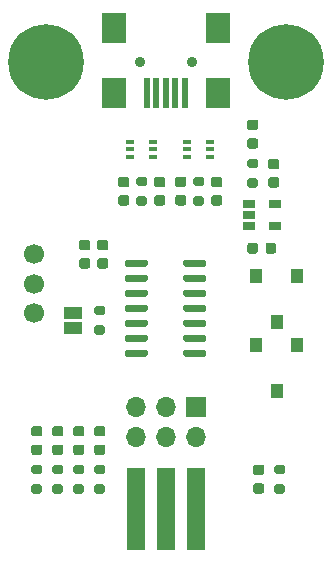
<source format=gbr>
%TF.GenerationSoftware,KiCad,Pcbnew,(5.1.10)-1*%
%TF.CreationDate,2021-09-08T15:10:06+01:00*%
%TF.ProjectId,Tiny-Pogo-AVR,54696e79-2d50-46f6-976f-2d4156522e6b,rev?*%
%TF.SameCoordinates,Original*%
%TF.FileFunction,Soldermask,Top*%
%TF.FilePolarity,Negative*%
%FSLAX46Y46*%
G04 Gerber Fmt 4.6, Leading zero omitted, Abs format (unit mm)*
G04 Created by KiCad (PCBNEW (5.1.10)-1) date 2021-09-08 15:10:06*
%MOMM*%
%LPD*%
G01*
G04 APERTURE LIST*
%ADD10C,0.800000*%
%ADD11C,6.400000*%
%ADD12C,0.900000*%
%ADD13R,0.500000X2.500000*%
%ADD14R,2.000000X2.500000*%
%ADD15C,1.700000*%
%ADD16R,0.700000X0.400000*%
%ADD17R,1.060000X0.650000*%
%ADD18R,1.000000X1.300000*%
%ADD19R,1.500000X1.000000*%
%ADD20O,1.700000X1.700000*%
%ADD21R,1.700000X1.700000*%
%ADD22R,1.500000X7.000000*%
G04 APERTURE END LIST*
%TO.C,R9*%
G36*
G01*
X133117000Y-98381000D02*
X132567000Y-98381000D01*
G75*
G02*
X132367000Y-98181000I0J200000D01*
G01*
X132367000Y-97781000D01*
G75*
G02*
X132567000Y-97581000I200000J0D01*
G01*
X133117000Y-97581000D01*
G75*
G02*
X133317000Y-97781000I0J-200000D01*
G01*
X133317000Y-98181000D01*
G75*
G02*
X133117000Y-98381000I-200000J0D01*
G01*
G37*
G36*
G01*
X133117000Y-100031000D02*
X132567000Y-100031000D01*
G75*
G02*
X132367000Y-99831000I0J200000D01*
G01*
X132367000Y-99431000D01*
G75*
G02*
X132567000Y-99231000I200000J0D01*
G01*
X133117000Y-99231000D01*
G75*
G02*
X133317000Y-99431000I0J-200000D01*
G01*
X133317000Y-99831000D01*
G75*
G02*
X133117000Y-100031000I-200000J0D01*
G01*
G37*
%TD*%
%TO.C,R8*%
G36*
G01*
X131339000Y-98381000D02*
X130789000Y-98381000D01*
G75*
G02*
X130589000Y-98181000I0J200000D01*
G01*
X130589000Y-97781000D01*
G75*
G02*
X130789000Y-97581000I200000J0D01*
G01*
X131339000Y-97581000D01*
G75*
G02*
X131539000Y-97781000I0J-200000D01*
G01*
X131539000Y-98181000D01*
G75*
G02*
X131339000Y-98381000I-200000J0D01*
G01*
G37*
G36*
G01*
X131339000Y-100031000D02*
X130789000Y-100031000D01*
G75*
G02*
X130589000Y-99831000I0J200000D01*
G01*
X130589000Y-99431000D01*
G75*
G02*
X130789000Y-99231000I200000J0D01*
G01*
X131339000Y-99231000D01*
G75*
G02*
X131539000Y-99431000I0J-200000D01*
G01*
X131539000Y-99831000D01*
G75*
G02*
X131339000Y-100031000I-200000J0D01*
G01*
G37*
%TD*%
%TO.C,R7*%
G36*
G01*
X129561000Y-98381000D02*
X129011000Y-98381000D01*
G75*
G02*
X128811000Y-98181000I0J200000D01*
G01*
X128811000Y-97781000D01*
G75*
G02*
X129011000Y-97581000I200000J0D01*
G01*
X129561000Y-97581000D01*
G75*
G02*
X129761000Y-97781000I0J-200000D01*
G01*
X129761000Y-98181000D01*
G75*
G02*
X129561000Y-98381000I-200000J0D01*
G01*
G37*
G36*
G01*
X129561000Y-100031000D02*
X129011000Y-100031000D01*
G75*
G02*
X128811000Y-99831000I0J200000D01*
G01*
X128811000Y-99431000D01*
G75*
G02*
X129011000Y-99231000I200000J0D01*
G01*
X129561000Y-99231000D01*
G75*
G02*
X129761000Y-99431000I0J-200000D01*
G01*
X129761000Y-99831000D01*
G75*
G02*
X129561000Y-100031000I-200000J0D01*
G01*
G37*
%TD*%
%TO.C,R6*%
G36*
G01*
X127783000Y-98381000D02*
X127233000Y-98381000D01*
G75*
G02*
X127033000Y-98181000I0J200000D01*
G01*
X127033000Y-97781000D01*
G75*
G02*
X127233000Y-97581000I200000J0D01*
G01*
X127783000Y-97581000D01*
G75*
G02*
X127983000Y-97781000I0J-200000D01*
G01*
X127983000Y-98181000D01*
G75*
G02*
X127783000Y-98381000I-200000J0D01*
G01*
G37*
G36*
G01*
X127783000Y-100031000D02*
X127233000Y-100031000D01*
G75*
G02*
X127033000Y-99831000I0J200000D01*
G01*
X127033000Y-99431000D01*
G75*
G02*
X127233000Y-99231000I200000J0D01*
G01*
X127783000Y-99231000D01*
G75*
G02*
X127983000Y-99431000I0J-200000D01*
G01*
X127983000Y-99831000D01*
G75*
G02*
X127783000Y-100031000I-200000J0D01*
G01*
G37*
%TD*%
%TO.C,D6*%
G36*
G01*
X133098250Y-95179500D02*
X132585750Y-95179500D01*
G75*
G02*
X132367000Y-94960750I0J218750D01*
G01*
X132367000Y-94523250D01*
G75*
G02*
X132585750Y-94304500I218750J0D01*
G01*
X133098250Y-94304500D01*
G75*
G02*
X133317000Y-94523250I0J-218750D01*
G01*
X133317000Y-94960750D01*
G75*
G02*
X133098250Y-95179500I-218750J0D01*
G01*
G37*
G36*
G01*
X133098250Y-96754500D02*
X132585750Y-96754500D01*
G75*
G02*
X132367000Y-96535750I0J218750D01*
G01*
X132367000Y-96098250D01*
G75*
G02*
X132585750Y-95879500I218750J0D01*
G01*
X133098250Y-95879500D01*
G75*
G02*
X133317000Y-96098250I0J-218750D01*
G01*
X133317000Y-96535750D01*
G75*
G02*
X133098250Y-96754500I-218750J0D01*
G01*
G37*
%TD*%
%TO.C,D5*%
G36*
G01*
X131320250Y-95179500D02*
X130807750Y-95179500D01*
G75*
G02*
X130589000Y-94960750I0J218750D01*
G01*
X130589000Y-94523250D01*
G75*
G02*
X130807750Y-94304500I218750J0D01*
G01*
X131320250Y-94304500D01*
G75*
G02*
X131539000Y-94523250I0J-218750D01*
G01*
X131539000Y-94960750D01*
G75*
G02*
X131320250Y-95179500I-218750J0D01*
G01*
G37*
G36*
G01*
X131320250Y-96754500D02*
X130807750Y-96754500D01*
G75*
G02*
X130589000Y-96535750I0J218750D01*
G01*
X130589000Y-96098250D01*
G75*
G02*
X130807750Y-95879500I218750J0D01*
G01*
X131320250Y-95879500D01*
G75*
G02*
X131539000Y-96098250I0J-218750D01*
G01*
X131539000Y-96535750D01*
G75*
G02*
X131320250Y-96754500I-218750J0D01*
G01*
G37*
%TD*%
%TO.C,D4*%
G36*
G01*
X129542250Y-95179500D02*
X129029750Y-95179500D01*
G75*
G02*
X128811000Y-94960750I0J218750D01*
G01*
X128811000Y-94523250D01*
G75*
G02*
X129029750Y-94304500I218750J0D01*
G01*
X129542250Y-94304500D01*
G75*
G02*
X129761000Y-94523250I0J-218750D01*
G01*
X129761000Y-94960750D01*
G75*
G02*
X129542250Y-95179500I-218750J0D01*
G01*
G37*
G36*
G01*
X129542250Y-96754500D02*
X129029750Y-96754500D01*
G75*
G02*
X128811000Y-96535750I0J218750D01*
G01*
X128811000Y-96098250D01*
G75*
G02*
X129029750Y-95879500I218750J0D01*
G01*
X129542250Y-95879500D01*
G75*
G02*
X129761000Y-96098250I0J-218750D01*
G01*
X129761000Y-96535750D01*
G75*
G02*
X129542250Y-96754500I-218750J0D01*
G01*
G37*
%TD*%
%TO.C,D3*%
G36*
G01*
X127764250Y-95179500D02*
X127251750Y-95179500D01*
G75*
G02*
X127033000Y-94960750I0J218750D01*
G01*
X127033000Y-94523250D01*
G75*
G02*
X127251750Y-94304500I218750J0D01*
G01*
X127764250Y-94304500D01*
G75*
G02*
X127983000Y-94523250I0J-218750D01*
G01*
X127983000Y-94960750D01*
G75*
G02*
X127764250Y-95179500I-218750J0D01*
G01*
G37*
G36*
G01*
X127764250Y-96754500D02*
X127251750Y-96754500D01*
G75*
G02*
X127033000Y-96535750I0J218750D01*
G01*
X127033000Y-96098250D01*
G75*
G02*
X127251750Y-95879500I218750J0D01*
G01*
X127764250Y-95879500D01*
G75*
G02*
X127983000Y-96098250I0J-218750D01*
G01*
X127983000Y-96535750D01*
G75*
G02*
X127764250Y-96754500I-218750J0D01*
G01*
G37*
%TD*%
D10*
%TO.C,H2*%
X150287056Y-61802944D03*
X148590000Y-61100000D03*
X146892944Y-61802944D03*
X146190000Y-63500000D03*
X146892944Y-65197056D03*
X148590000Y-65900000D03*
X150287056Y-65197056D03*
X150990000Y-63500000D03*
D11*
X148590000Y-63500000D03*
%TD*%
D10*
%TO.C,H1*%
X129967056Y-61802944D03*
X128270000Y-61100000D03*
X126572944Y-61802944D03*
X125870000Y-63500000D03*
X126572944Y-65197056D03*
X128270000Y-65900000D03*
X129967056Y-65197056D03*
X130670000Y-63500000D03*
D11*
X128270000Y-63500000D03*
%TD*%
D12*
%TO.C,J2*%
X136230000Y-63500000D03*
X140630000Y-63500000D03*
D13*
X136830000Y-66100000D03*
X137630000Y-66100000D03*
X138430000Y-66100000D03*
X139230000Y-66100000D03*
X140030000Y-66100000D03*
D14*
X134030000Y-66100000D03*
X142830000Y-66100000D03*
X134030000Y-60600000D03*
X142830000Y-60600000D03*
%TD*%
D15*
%TO.C,Y1*%
X127254000Y-84756000D03*
X127254000Y-82256000D03*
X127254000Y-79756000D03*
%TD*%
D16*
%TO.C,U4*%
X140274000Y-70866000D03*
X140274000Y-71516000D03*
X140274000Y-70216000D03*
X142174000Y-70216000D03*
X142174000Y-70866000D03*
X142174000Y-71516000D03*
%TD*%
%TO.C,U3*%
X135448000Y-70866000D03*
X135448000Y-71516000D03*
X135448000Y-70216000D03*
X137348000Y-70216000D03*
X137348000Y-70866000D03*
X137348000Y-71516000D03*
%TD*%
D17*
%TO.C,U2*%
X147658000Y-75504000D03*
X147658000Y-77404000D03*
X145458000Y-77404000D03*
X145458000Y-76454000D03*
X145458000Y-75504000D03*
%TD*%
%TO.C,U1*%
G36*
G01*
X139930000Y-80668000D02*
X139930000Y-80368000D01*
G75*
G02*
X140080000Y-80218000I150000J0D01*
G01*
X141730000Y-80218000D01*
G75*
G02*
X141880000Y-80368000I0J-150000D01*
G01*
X141880000Y-80668000D01*
G75*
G02*
X141730000Y-80818000I-150000J0D01*
G01*
X140080000Y-80818000D01*
G75*
G02*
X139930000Y-80668000I0J150000D01*
G01*
G37*
G36*
G01*
X139930000Y-81938000D02*
X139930000Y-81638000D01*
G75*
G02*
X140080000Y-81488000I150000J0D01*
G01*
X141730000Y-81488000D01*
G75*
G02*
X141880000Y-81638000I0J-150000D01*
G01*
X141880000Y-81938000D01*
G75*
G02*
X141730000Y-82088000I-150000J0D01*
G01*
X140080000Y-82088000D01*
G75*
G02*
X139930000Y-81938000I0J150000D01*
G01*
G37*
G36*
G01*
X139930000Y-83208000D02*
X139930000Y-82908000D01*
G75*
G02*
X140080000Y-82758000I150000J0D01*
G01*
X141730000Y-82758000D01*
G75*
G02*
X141880000Y-82908000I0J-150000D01*
G01*
X141880000Y-83208000D01*
G75*
G02*
X141730000Y-83358000I-150000J0D01*
G01*
X140080000Y-83358000D01*
G75*
G02*
X139930000Y-83208000I0J150000D01*
G01*
G37*
G36*
G01*
X139930000Y-84478000D02*
X139930000Y-84178000D01*
G75*
G02*
X140080000Y-84028000I150000J0D01*
G01*
X141730000Y-84028000D01*
G75*
G02*
X141880000Y-84178000I0J-150000D01*
G01*
X141880000Y-84478000D01*
G75*
G02*
X141730000Y-84628000I-150000J0D01*
G01*
X140080000Y-84628000D01*
G75*
G02*
X139930000Y-84478000I0J150000D01*
G01*
G37*
G36*
G01*
X139930000Y-85748000D02*
X139930000Y-85448000D01*
G75*
G02*
X140080000Y-85298000I150000J0D01*
G01*
X141730000Y-85298000D01*
G75*
G02*
X141880000Y-85448000I0J-150000D01*
G01*
X141880000Y-85748000D01*
G75*
G02*
X141730000Y-85898000I-150000J0D01*
G01*
X140080000Y-85898000D01*
G75*
G02*
X139930000Y-85748000I0J150000D01*
G01*
G37*
G36*
G01*
X139930000Y-87018000D02*
X139930000Y-86718000D01*
G75*
G02*
X140080000Y-86568000I150000J0D01*
G01*
X141730000Y-86568000D01*
G75*
G02*
X141880000Y-86718000I0J-150000D01*
G01*
X141880000Y-87018000D01*
G75*
G02*
X141730000Y-87168000I-150000J0D01*
G01*
X140080000Y-87168000D01*
G75*
G02*
X139930000Y-87018000I0J150000D01*
G01*
G37*
G36*
G01*
X139930000Y-88288000D02*
X139930000Y-87988000D01*
G75*
G02*
X140080000Y-87838000I150000J0D01*
G01*
X141730000Y-87838000D01*
G75*
G02*
X141880000Y-87988000I0J-150000D01*
G01*
X141880000Y-88288000D01*
G75*
G02*
X141730000Y-88438000I-150000J0D01*
G01*
X140080000Y-88438000D01*
G75*
G02*
X139930000Y-88288000I0J150000D01*
G01*
G37*
G36*
G01*
X134980000Y-88288000D02*
X134980000Y-87988000D01*
G75*
G02*
X135130000Y-87838000I150000J0D01*
G01*
X136780000Y-87838000D01*
G75*
G02*
X136930000Y-87988000I0J-150000D01*
G01*
X136930000Y-88288000D01*
G75*
G02*
X136780000Y-88438000I-150000J0D01*
G01*
X135130000Y-88438000D01*
G75*
G02*
X134980000Y-88288000I0J150000D01*
G01*
G37*
G36*
G01*
X134980000Y-87018000D02*
X134980000Y-86718000D01*
G75*
G02*
X135130000Y-86568000I150000J0D01*
G01*
X136780000Y-86568000D01*
G75*
G02*
X136930000Y-86718000I0J-150000D01*
G01*
X136930000Y-87018000D01*
G75*
G02*
X136780000Y-87168000I-150000J0D01*
G01*
X135130000Y-87168000D01*
G75*
G02*
X134980000Y-87018000I0J150000D01*
G01*
G37*
G36*
G01*
X134980000Y-85748000D02*
X134980000Y-85448000D01*
G75*
G02*
X135130000Y-85298000I150000J0D01*
G01*
X136780000Y-85298000D01*
G75*
G02*
X136930000Y-85448000I0J-150000D01*
G01*
X136930000Y-85748000D01*
G75*
G02*
X136780000Y-85898000I-150000J0D01*
G01*
X135130000Y-85898000D01*
G75*
G02*
X134980000Y-85748000I0J150000D01*
G01*
G37*
G36*
G01*
X134980000Y-84478000D02*
X134980000Y-84178000D01*
G75*
G02*
X135130000Y-84028000I150000J0D01*
G01*
X136780000Y-84028000D01*
G75*
G02*
X136930000Y-84178000I0J-150000D01*
G01*
X136930000Y-84478000D01*
G75*
G02*
X136780000Y-84628000I-150000J0D01*
G01*
X135130000Y-84628000D01*
G75*
G02*
X134980000Y-84478000I0J150000D01*
G01*
G37*
G36*
G01*
X134980000Y-83208000D02*
X134980000Y-82908000D01*
G75*
G02*
X135130000Y-82758000I150000J0D01*
G01*
X136780000Y-82758000D01*
G75*
G02*
X136930000Y-82908000I0J-150000D01*
G01*
X136930000Y-83208000D01*
G75*
G02*
X136780000Y-83358000I-150000J0D01*
G01*
X135130000Y-83358000D01*
G75*
G02*
X134980000Y-83208000I0J150000D01*
G01*
G37*
G36*
G01*
X134980000Y-81938000D02*
X134980000Y-81638000D01*
G75*
G02*
X135130000Y-81488000I150000J0D01*
G01*
X136780000Y-81488000D01*
G75*
G02*
X136930000Y-81638000I0J-150000D01*
G01*
X136930000Y-81938000D01*
G75*
G02*
X136780000Y-82088000I-150000J0D01*
G01*
X135130000Y-82088000D01*
G75*
G02*
X134980000Y-81938000I0J150000D01*
G01*
G37*
G36*
G01*
X134980000Y-80668000D02*
X134980000Y-80368000D01*
G75*
G02*
X135130000Y-80218000I150000J0D01*
G01*
X136780000Y-80218000D01*
G75*
G02*
X136930000Y-80368000I0J-150000D01*
G01*
X136930000Y-80668000D01*
G75*
G02*
X136780000Y-80818000I-150000J0D01*
G01*
X135130000Y-80818000D01*
G75*
G02*
X134980000Y-80668000I0J150000D01*
G01*
G37*
%TD*%
D18*
%TO.C,SW2*%
X147828000Y-85516000D03*
X146078000Y-81616000D03*
X149578000Y-81616000D03*
%TD*%
%TO.C,SW1*%
X147828000Y-91358000D03*
X146078000Y-87458000D03*
X149578000Y-87458000D03*
%TD*%
%TO.C,R5*%
G36*
G01*
X148357000Y-98381000D02*
X147807000Y-98381000D01*
G75*
G02*
X147607000Y-98181000I0J200000D01*
G01*
X147607000Y-97781000D01*
G75*
G02*
X147807000Y-97581000I200000J0D01*
G01*
X148357000Y-97581000D01*
G75*
G02*
X148557000Y-97781000I0J-200000D01*
G01*
X148557000Y-98181000D01*
G75*
G02*
X148357000Y-98381000I-200000J0D01*
G01*
G37*
G36*
G01*
X148357000Y-100031000D02*
X147807000Y-100031000D01*
G75*
G02*
X147607000Y-99831000I0J200000D01*
G01*
X147607000Y-99431000D01*
G75*
G02*
X147807000Y-99231000I200000J0D01*
G01*
X148357000Y-99231000D01*
G75*
G02*
X148557000Y-99431000I0J-200000D01*
G01*
X148557000Y-99831000D01*
G75*
G02*
X148357000Y-100031000I-200000J0D01*
G01*
G37*
%TD*%
%TO.C,R4*%
G36*
G01*
X145521000Y-73323000D02*
X146071000Y-73323000D01*
G75*
G02*
X146271000Y-73523000I0J-200000D01*
G01*
X146271000Y-73923000D01*
G75*
G02*
X146071000Y-74123000I-200000J0D01*
G01*
X145521000Y-74123000D01*
G75*
G02*
X145321000Y-73923000I0J200000D01*
G01*
X145321000Y-73523000D01*
G75*
G02*
X145521000Y-73323000I200000J0D01*
G01*
G37*
G36*
G01*
X145521000Y-71673000D02*
X146071000Y-71673000D01*
G75*
G02*
X146271000Y-71873000I0J-200000D01*
G01*
X146271000Y-72273000D01*
G75*
G02*
X146071000Y-72473000I-200000J0D01*
G01*
X145521000Y-72473000D01*
G75*
G02*
X145321000Y-72273000I0J200000D01*
G01*
X145321000Y-71873000D01*
G75*
G02*
X145521000Y-71673000I200000J0D01*
G01*
G37*
%TD*%
%TO.C,R3*%
G36*
G01*
X141499000Y-73997000D02*
X140949000Y-73997000D01*
G75*
G02*
X140749000Y-73797000I0J200000D01*
G01*
X140749000Y-73397000D01*
G75*
G02*
X140949000Y-73197000I200000J0D01*
G01*
X141499000Y-73197000D01*
G75*
G02*
X141699000Y-73397000I0J-200000D01*
G01*
X141699000Y-73797000D01*
G75*
G02*
X141499000Y-73997000I-200000J0D01*
G01*
G37*
G36*
G01*
X141499000Y-75647000D02*
X140949000Y-75647000D01*
G75*
G02*
X140749000Y-75447000I0J200000D01*
G01*
X140749000Y-75047000D01*
G75*
G02*
X140949000Y-74847000I200000J0D01*
G01*
X141499000Y-74847000D01*
G75*
G02*
X141699000Y-75047000I0J-200000D01*
G01*
X141699000Y-75447000D01*
G75*
G02*
X141499000Y-75647000I-200000J0D01*
G01*
G37*
%TD*%
%TO.C,R2*%
G36*
G01*
X136673000Y-73997000D02*
X136123000Y-73997000D01*
G75*
G02*
X135923000Y-73797000I0J200000D01*
G01*
X135923000Y-73397000D01*
G75*
G02*
X136123000Y-73197000I200000J0D01*
G01*
X136673000Y-73197000D01*
G75*
G02*
X136873000Y-73397000I0J-200000D01*
G01*
X136873000Y-73797000D01*
G75*
G02*
X136673000Y-73997000I-200000J0D01*
G01*
G37*
G36*
G01*
X136673000Y-75647000D02*
X136123000Y-75647000D01*
G75*
G02*
X135923000Y-75447000I0J200000D01*
G01*
X135923000Y-75047000D01*
G75*
G02*
X136123000Y-74847000I200000J0D01*
G01*
X136673000Y-74847000D01*
G75*
G02*
X136873000Y-75047000I0J-200000D01*
G01*
X136873000Y-75447000D01*
G75*
G02*
X136673000Y-75647000I-200000J0D01*
G01*
G37*
%TD*%
%TO.C,R1*%
G36*
G01*
X133117000Y-84919000D02*
X132567000Y-84919000D01*
G75*
G02*
X132367000Y-84719000I0J200000D01*
G01*
X132367000Y-84319000D01*
G75*
G02*
X132567000Y-84119000I200000J0D01*
G01*
X133117000Y-84119000D01*
G75*
G02*
X133317000Y-84319000I0J-200000D01*
G01*
X133317000Y-84719000D01*
G75*
G02*
X133117000Y-84919000I-200000J0D01*
G01*
G37*
G36*
G01*
X133117000Y-86569000D02*
X132567000Y-86569000D01*
G75*
G02*
X132367000Y-86369000I0J200000D01*
G01*
X132367000Y-85969000D01*
G75*
G02*
X132567000Y-85769000I200000J0D01*
G01*
X133117000Y-85769000D01*
G75*
G02*
X133317000Y-85969000I0J-200000D01*
G01*
X133317000Y-86369000D01*
G75*
G02*
X133117000Y-86569000I-200000J0D01*
G01*
G37*
%TD*%
D19*
%TO.C,JP1*%
X130556000Y-84694000D03*
X130556000Y-85994000D03*
%TD*%
D20*
%TO.C,J3*%
X135890000Y-95250000D03*
X135890000Y-92710000D03*
X138430000Y-95250000D03*
X138430000Y-92710000D03*
X140970000Y-95250000D03*
D21*
X140970000Y-92710000D03*
%TD*%
D22*
%TO.C,J1*%
X140970000Y-101346000D03*
X138430000Y-101346000D03*
X135890000Y-101346000D03*
%TD*%
%TO.C,D2*%
G36*
G01*
X146560250Y-98456000D02*
X146047750Y-98456000D01*
G75*
G02*
X145829000Y-98237250I0J218750D01*
G01*
X145829000Y-97799750D01*
G75*
G02*
X146047750Y-97581000I218750J0D01*
G01*
X146560250Y-97581000D01*
G75*
G02*
X146779000Y-97799750I0J-218750D01*
G01*
X146779000Y-98237250D01*
G75*
G02*
X146560250Y-98456000I-218750J0D01*
G01*
G37*
G36*
G01*
X146560250Y-100031000D02*
X146047750Y-100031000D01*
G75*
G02*
X145829000Y-99812250I0J218750D01*
G01*
X145829000Y-99374750D01*
G75*
G02*
X146047750Y-99156000I218750J0D01*
G01*
X146560250Y-99156000D01*
G75*
G02*
X146779000Y-99374750I0J-218750D01*
G01*
X146779000Y-99812250D01*
G75*
G02*
X146560250Y-100031000I-218750J0D01*
G01*
G37*
%TD*%
%TO.C,D1*%
G36*
G01*
X146052250Y-69246000D02*
X145539750Y-69246000D01*
G75*
G02*
X145321000Y-69027250I0J218750D01*
G01*
X145321000Y-68589750D01*
G75*
G02*
X145539750Y-68371000I218750J0D01*
G01*
X146052250Y-68371000D01*
G75*
G02*
X146271000Y-68589750I0J-218750D01*
G01*
X146271000Y-69027250D01*
G75*
G02*
X146052250Y-69246000I-218750J0D01*
G01*
G37*
G36*
G01*
X146052250Y-70821000D02*
X145539750Y-70821000D01*
G75*
G02*
X145321000Y-70602250I0J218750D01*
G01*
X145321000Y-70164750D01*
G75*
G02*
X145539750Y-69946000I218750J0D01*
G01*
X146052250Y-69946000D01*
G75*
G02*
X146271000Y-70164750I0J-218750D01*
G01*
X146271000Y-70602250D01*
G75*
G02*
X146052250Y-70821000I-218750J0D01*
G01*
G37*
%TD*%
%TO.C,C8*%
G36*
G01*
X139450000Y-74734000D02*
X139950000Y-74734000D01*
G75*
G02*
X140175000Y-74959000I0J-225000D01*
G01*
X140175000Y-75409000D01*
G75*
G02*
X139950000Y-75634000I-225000J0D01*
G01*
X139450000Y-75634000D01*
G75*
G02*
X139225000Y-75409000I0J225000D01*
G01*
X139225000Y-74959000D01*
G75*
G02*
X139450000Y-74734000I225000J0D01*
G01*
G37*
G36*
G01*
X139450000Y-73184000D02*
X139950000Y-73184000D01*
G75*
G02*
X140175000Y-73409000I0J-225000D01*
G01*
X140175000Y-73859000D01*
G75*
G02*
X139950000Y-74084000I-225000J0D01*
G01*
X139450000Y-74084000D01*
G75*
G02*
X139225000Y-73859000I0J225000D01*
G01*
X139225000Y-73409000D01*
G75*
G02*
X139450000Y-73184000I225000J0D01*
G01*
G37*
%TD*%
%TO.C,C7*%
G36*
G01*
X134624000Y-74747000D02*
X135124000Y-74747000D01*
G75*
G02*
X135349000Y-74972000I0J-225000D01*
G01*
X135349000Y-75422000D01*
G75*
G02*
X135124000Y-75647000I-225000J0D01*
G01*
X134624000Y-75647000D01*
G75*
G02*
X134399000Y-75422000I0J225000D01*
G01*
X134399000Y-74972000D01*
G75*
G02*
X134624000Y-74747000I225000J0D01*
G01*
G37*
G36*
G01*
X134624000Y-73197000D02*
X135124000Y-73197000D01*
G75*
G02*
X135349000Y-73422000I0J-225000D01*
G01*
X135349000Y-73872000D01*
G75*
G02*
X135124000Y-74097000I-225000J0D01*
G01*
X134624000Y-74097000D01*
G75*
G02*
X134399000Y-73872000I0J225000D01*
G01*
X134399000Y-73422000D01*
G75*
G02*
X134624000Y-73197000I225000J0D01*
G01*
G37*
%TD*%
%TO.C,C6*%
G36*
G01*
X142498000Y-74747000D02*
X142998000Y-74747000D01*
G75*
G02*
X143223000Y-74972000I0J-225000D01*
G01*
X143223000Y-75422000D01*
G75*
G02*
X142998000Y-75647000I-225000J0D01*
G01*
X142498000Y-75647000D01*
G75*
G02*
X142273000Y-75422000I0J225000D01*
G01*
X142273000Y-74972000D01*
G75*
G02*
X142498000Y-74747000I225000J0D01*
G01*
G37*
G36*
G01*
X142498000Y-73197000D02*
X142998000Y-73197000D01*
G75*
G02*
X143223000Y-73422000I0J-225000D01*
G01*
X143223000Y-73872000D01*
G75*
G02*
X142998000Y-74097000I-225000J0D01*
G01*
X142498000Y-74097000D01*
G75*
G02*
X142273000Y-73872000I0J225000D01*
G01*
X142273000Y-73422000D01*
G75*
G02*
X142498000Y-73197000I225000J0D01*
G01*
G37*
%TD*%
%TO.C,C5*%
G36*
G01*
X137672000Y-74747000D02*
X138172000Y-74747000D01*
G75*
G02*
X138397000Y-74972000I0J-225000D01*
G01*
X138397000Y-75422000D01*
G75*
G02*
X138172000Y-75647000I-225000J0D01*
G01*
X137672000Y-75647000D01*
G75*
G02*
X137447000Y-75422000I0J225000D01*
G01*
X137447000Y-74972000D01*
G75*
G02*
X137672000Y-74747000I225000J0D01*
G01*
G37*
G36*
G01*
X137672000Y-73197000D02*
X138172000Y-73197000D01*
G75*
G02*
X138397000Y-73422000I0J-225000D01*
G01*
X138397000Y-73872000D01*
G75*
G02*
X138172000Y-74097000I-225000J0D01*
G01*
X137672000Y-74097000D01*
G75*
G02*
X137447000Y-73872000I0J225000D01*
G01*
X137447000Y-73422000D01*
G75*
G02*
X137672000Y-73197000I225000J0D01*
G01*
G37*
%TD*%
%TO.C,C4*%
G36*
G01*
X147824000Y-72573000D02*
X147324000Y-72573000D01*
G75*
G02*
X147099000Y-72348000I0J225000D01*
G01*
X147099000Y-71898000D01*
G75*
G02*
X147324000Y-71673000I225000J0D01*
G01*
X147824000Y-71673000D01*
G75*
G02*
X148049000Y-71898000I0J-225000D01*
G01*
X148049000Y-72348000D01*
G75*
G02*
X147824000Y-72573000I-225000J0D01*
G01*
G37*
G36*
G01*
X147824000Y-74123000D02*
X147324000Y-74123000D01*
G75*
G02*
X147099000Y-73898000I0J225000D01*
G01*
X147099000Y-73448000D01*
G75*
G02*
X147324000Y-73223000I225000J0D01*
G01*
X147824000Y-73223000D01*
G75*
G02*
X148049000Y-73448000I0J-225000D01*
G01*
X148049000Y-73898000D01*
G75*
G02*
X147824000Y-74123000I-225000J0D01*
G01*
G37*
%TD*%
%TO.C,C3*%
G36*
G01*
X146883000Y-79498000D02*
X146883000Y-78998000D01*
G75*
G02*
X147108000Y-78773000I225000J0D01*
G01*
X147558000Y-78773000D01*
G75*
G02*
X147783000Y-78998000I0J-225000D01*
G01*
X147783000Y-79498000D01*
G75*
G02*
X147558000Y-79723000I-225000J0D01*
G01*
X147108000Y-79723000D01*
G75*
G02*
X146883000Y-79498000I0J225000D01*
G01*
G37*
G36*
G01*
X145333000Y-79498000D02*
X145333000Y-78998000D01*
G75*
G02*
X145558000Y-78773000I225000J0D01*
G01*
X146008000Y-78773000D01*
G75*
G02*
X146233000Y-78998000I0J-225000D01*
G01*
X146233000Y-79498000D01*
G75*
G02*
X146008000Y-79723000I-225000J0D01*
G01*
X145558000Y-79723000D01*
G75*
G02*
X145333000Y-79498000I0J225000D01*
G01*
G37*
%TD*%
%TO.C,C2*%
G36*
G01*
X133346000Y-79431000D02*
X132846000Y-79431000D01*
G75*
G02*
X132621000Y-79206000I0J225000D01*
G01*
X132621000Y-78756000D01*
G75*
G02*
X132846000Y-78531000I225000J0D01*
G01*
X133346000Y-78531000D01*
G75*
G02*
X133571000Y-78756000I0J-225000D01*
G01*
X133571000Y-79206000D01*
G75*
G02*
X133346000Y-79431000I-225000J0D01*
G01*
G37*
G36*
G01*
X133346000Y-80981000D02*
X132846000Y-80981000D01*
G75*
G02*
X132621000Y-80756000I0J225000D01*
G01*
X132621000Y-80306000D01*
G75*
G02*
X132846000Y-80081000I225000J0D01*
G01*
X133346000Y-80081000D01*
G75*
G02*
X133571000Y-80306000I0J-225000D01*
G01*
X133571000Y-80756000D01*
G75*
G02*
X133346000Y-80981000I-225000J0D01*
G01*
G37*
%TD*%
%TO.C,C1*%
G36*
G01*
X131822000Y-79431000D02*
X131322000Y-79431000D01*
G75*
G02*
X131097000Y-79206000I0J225000D01*
G01*
X131097000Y-78756000D01*
G75*
G02*
X131322000Y-78531000I225000J0D01*
G01*
X131822000Y-78531000D01*
G75*
G02*
X132047000Y-78756000I0J-225000D01*
G01*
X132047000Y-79206000D01*
G75*
G02*
X131822000Y-79431000I-225000J0D01*
G01*
G37*
G36*
G01*
X131822000Y-80981000D02*
X131322000Y-80981000D01*
G75*
G02*
X131097000Y-80756000I0J225000D01*
G01*
X131097000Y-80306000D01*
G75*
G02*
X131322000Y-80081000I225000J0D01*
G01*
X131822000Y-80081000D01*
G75*
G02*
X132047000Y-80306000I0J-225000D01*
G01*
X132047000Y-80756000D01*
G75*
G02*
X131822000Y-80981000I-225000J0D01*
G01*
G37*
%TD*%
M02*

</source>
